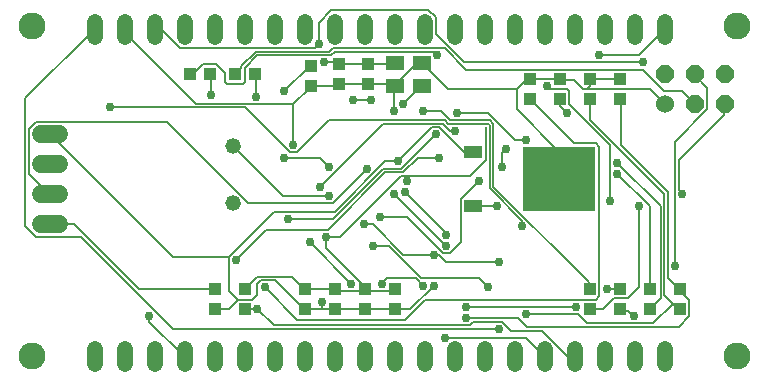
<source format=gbr>
G04 EAGLE Gerber X2 export*
%TF.Part,Single*%
%TF.FileFunction,Copper,L2,Bot,Mixed*%
%TF.FilePolarity,Positive*%
%TF.GenerationSoftware,Autodesk,EAGLE,8.6.3*%
%TF.CreationDate,2019-03-08T23:17:09Z*%
G75*
%MOMM*%
%FSLAX34Y34*%
%LPD*%
%AMOC8*
5,1,8,0,0,1.08239X$1,22.5*%
G01*
%ADD10R,6.200000X5.400000*%
%ADD11R,1.600000X1.000000*%
%ADD12R,1.000000X1.100000*%
%ADD13R,1.500000X1.300000*%
%ADD14C,1.320800*%
%ADD15R,1.100000X1.000000*%
%ADD16C,1.524000*%
%ADD17P,1.649562X8X22.500000*%
%ADD18C,1.524000*%
%ADD19C,1.320800*%
%ADD20C,0.152400*%
%ADD21C,0.756400*%
%ADD22C,2.286000*%


D10*
X472040Y175260D03*
D11*
X399040Y152460D03*
X399040Y198060D03*
D12*
X205740Y65160D03*
X205740Y82160D03*
X281940Y65160D03*
X281940Y82160D03*
X256540Y65160D03*
X256540Y82160D03*
X523240Y242960D03*
X523240Y259960D03*
X497840Y242960D03*
X497840Y259960D03*
X472440Y242960D03*
X472440Y259960D03*
X447040Y242960D03*
X447040Y259960D03*
X285750Y272660D03*
X285750Y255660D03*
X309880Y272660D03*
X309880Y255660D03*
D13*
X332740Y273660D03*
X332740Y254660D03*
D12*
X261620Y271390D03*
X261620Y254390D03*
X180340Y65160D03*
X180340Y82160D03*
D13*
X355600Y254660D03*
X355600Y273660D03*
D12*
X332740Y65160D03*
X332740Y82160D03*
X307340Y65160D03*
X307340Y82160D03*
D14*
X195580Y154940D03*
X195580Y203200D03*
D12*
X214240Y264160D03*
X197240Y264160D03*
X159140Y264160D03*
X176140Y264160D03*
D15*
X497840Y82160D03*
X497840Y65160D03*
X523240Y82160D03*
X523240Y65160D03*
X548640Y82160D03*
X548640Y65160D03*
X574040Y82160D03*
X574040Y65160D03*
D16*
X561340Y238760D03*
D17*
X586740Y238760D03*
X612140Y238760D03*
X561340Y264160D03*
X586740Y264160D03*
X612140Y264160D03*
D18*
X48260Y137160D02*
X33020Y137160D01*
X33020Y162560D02*
X48260Y162560D01*
X48260Y187960D02*
X33020Y187960D01*
X33020Y213360D02*
X48260Y213360D01*
D19*
X78740Y32004D02*
X78740Y18796D01*
X104140Y18796D02*
X104140Y32004D01*
X129540Y32004D02*
X129540Y18796D01*
X154940Y18796D02*
X154940Y32004D01*
X180340Y32004D02*
X180340Y18796D01*
X205740Y18796D02*
X205740Y32004D01*
X231140Y32004D02*
X231140Y18796D01*
X256540Y18796D02*
X256540Y32004D01*
X281940Y32004D02*
X281940Y18796D01*
X307340Y18796D02*
X307340Y32004D01*
X332740Y32004D02*
X332740Y18796D01*
X358140Y18796D02*
X358140Y32004D01*
X383540Y32004D02*
X383540Y18796D01*
X408940Y18796D02*
X408940Y32004D01*
X434340Y32004D02*
X434340Y18796D01*
X459740Y18796D02*
X459740Y32004D01*
X485140Y32004D02*
X485140Y18796D01*
X510540Y18796D02*
X510540Y32004D01*
X535940Y32004D02*
X535940Y18796D01*
X561340Y18796D02*
X561340Y32004D01*
X78740Y295656D02*
X78740Y308864D01*
X104140Y308864D02*
X104140Y295656D01*
X129540Y295656D02*
X129540Y308864D01*
X154940Y308864D02*
X154940Y295656D01*
X180340Y295656D02*
X180340Y308864D01*
X205740Y308864D02*
X205740Y295656D01*
X231140Y295656D02*
X231140Y308864D01*
X256540Y308864D02*
X256540Y295656D01*
X281940Y295656D02*
X281940Y308864D01*
X307340Y308864D02*
X307340Y295656D01*
X332740Y295656D02*
X332740Y308864D01*
X358140Y308864D02*
X358140Y295656D01*
X383540Y295656D02*
X383540Y308864D01*
X408940Y308864D02*
X408940Y295656D01*
X434340Y295656D02*
X434340Y308864D01*
X459740Y308864D02*
X459740Y295656D01*
X485140Y295656D02*
X485140Y308864D01*
X510540Y308864D02*
X510540Y295656D01*
X535940Y295656D02*
X535940Y308864D01*
X561340Y308864D02*
X561340Y295656D01*
D20*
X611124Y237744D02*
X611124Y230124D01*
X573024Y192024D01*
X573024Y166116D01*
X576072Y163068D01*
X611124Y237744D02*
X612140Y238760D01*
X332232Y65532D02*
X307848Y65532D01*
X307340Y65160D01*
X332232Y65532D02*
X332740Y65160D01*
X345948Y65532D02*
X365760Y85344D01*
X345948Y65532D02*
X333756Y65532D01*
X332740Y65160D01*
X281940Y65532D02*
X271272Y65532D01*
X257556Y65532D01*
X256540Y65160D01*
X271272Y65532D02*
X271272Y71628D01*
X281940Y65532D02*
X306324Y65532D01*
X307340Y65160D01*
X281940Y65160D02*
X281940Y65532D01*
D21*
X576072Y163068D03*
X365760Y85344D03*
X271272Y71628D03*
D20*
X339852Y239268D02*
X355092Y254508D01*
X355600Y254660D01*
D21*
X339852Y239268D03*
D20*
X391668Y198120D02*
X397764Y198120D01*
X391668Y198120D02*
X370332Y219456D01*
X364236Y219456D01*
X335280Y190500D01*
X397764Y198120D02*
X399040Y198060D01*
X192024Y65532D02*
X181356Y65532D01*
X192024Y65532D02*
X199644Y73152D01*
X211836Y73152D01*
X216408Y77724D01*
X216408Y86868D01*
X219456Y89916D01*
X231648Y89916D01*
X256032Y65532D01*
X181356Y65532D02*
X180340Y65160D01*
X256032Y65532D02*
X256540Y65160D01*
X324612Y190500D02*
X335280Y190500D01*
X324612Y190500D02*
X281940Y147828D01*
X230124Y147828D01*
X192024Y109728D01*
X192024Y80772D01*
X199644Y73152D01*
X239268Y249936D02*
X260604Y271272D01*
X261620Y271390D01*
X192024Y109728D02*
X144780Y109728D01*
X41148Y213360D01*
X40640Y213360D01*
D21*
X335280Y190500D03*
X239268Y249936D03*
D20*
X216408Y65532D02*
X205740Y65532D01*
X205740Y65160D01*
X365760Y111252D02*
X370332Y111252D01*
X376428Y105156D01*
X420624Y105156D01*
X313944Y137160D02*
X306324Y137160D01*
X313944Y137160D02*
X339852Y111252D01*
X365760Y111252D01*
D21*
X216408Y65532D03*
X365760Y111252D03*
X420624Y105156D03*
X306324Y137160D03*
D20*
X478536Y25908D02*
X484632Y25908D01*
X478536Y25908D02*
X457200Y47244D01*
X431292Y47244D01*
X423672Y54864D01*
X399288Y54864D01*
X396240Y51816D01*
X230124Y51816D01*
X216408Y65532D01*
X484632Y25908D02*
X485140Y25400D01*
X472440Y260604D02*
X448056Y260604D01*
X447040Y259960D01*
X472440Y259960D02*
X472440Y260604D01*
X472440Y259080D02*
X484632Y259080D01*
X492252Y251460D01*
X495300Y251460D02*
X548640Y251460D01*
X495300Y251460D02*
X492252Y251460D01*
X548640Y251460D02*
X561340Y238760D01*
X472440Y259080D02*
X472440Y259960D01*
X470916Y199644D02*
X470916Y175260D01*
X470916Y199644D02*
X435864Y234696D01*
X435864Y251460D01*
X443484Y259080D01*
X446532Y259080D01*
X470916Y175260D02*
X472040Y175260D01*
X446532Y259080D02*
X447040Y259960D01*
X524256Y64008D02*
X530352Y64008D01*
X534924Y59436D01*
X524256Y64008D02*
X523240Y65160D01*
X281940Y82296D02*
X257556Y82296D01*
X281940Y82296D02*
X281940Y82160D01*
X257556Y82296D02*
X256540Y82160D01*
X307848Y80772D02*
X332232Y80772D01*
X307848Y80772D02*
X307340Y82160D01*
X332232Y80772D02*
X332740Y82160D01*
X274320Y117348D02*
X274320Y126492D01*
X274320Y117348D02*
X306324Y85344D01*
X306324Y82296D01*
X307340Y82160D01*
X306324Y80772D02*
X281940Y80772D01*
X281940Y82160D01*
X306324Y80772D02*
X307340Y82160D01*
X310896Y256032D02*
X332232Y256032D01*
X310896Y256032D02*
X309880Y255660D01*
X332232Y256032D02*
X332740Y254660D01*
X332232Y254508D02*
X332232Y233172D01*
X332232Y254508D02*
X332740Y254660D01*
X350520Y272796D02*
X355092Y272796D01*
X350520Y272796D02*
X333756Y256032D01*
X355092Y272796D02*
X355600Y273660D01*
X333756Y256032D02*
X332740Y254660D01*
X284988Y254508D02*
X262128Y254508D01*
X261620Y254390D01*
X284988Y254508D02*
X285750Y255660D01*
X246888Y239268D02*
X246888Y204216D01*
X246888Y239268D02*
X260604Y252984D01*
X261620Y254390D01*
X105156Y298704D02*
X105156Y301752D01*
X105156Y298704D02*
X164592Y239268D01*
X246888Y239268D01*
X105156Y301752D02*
X104140Y302260D01*
X286512Y256032D02*
X309372Y256032D01*
X309880Y255660D01*
X286512Y256032D02*
X285750Y255660D01*
X286512Y126492D02*
X274320Y126492D01*
X286512Y126492D02*
X338328Y178308D01*
X342900Y178308D02*
X396240Y178308D01*
X342900Y178308D02*
X338328Y178308D01*
X396240Y178308D02*
X409956Y192024D01*
X409956Y219456D01*
X342900Y178308D02*
X342900Y173736D01*
D21*
X534924Y59436D03*
X274320Y126492D03*
X332232Y233172D03*
X246888Y204216D03*
X342900Y173736D03*
D20*
X495300Y251460D02*
X497840Y254000D01*
X498348Y260604D02*
X522732Y260604D01*
X498348Y260604D02*
X497840Y259960D01*
X522732Y260604D02*
X523240Y259960D01*
X497840Y259960D02*
X497840Y254000D01*
X216408Y92964D02*
X205740Y82296D01*
X216408Y92964D02*
X245364Y92964D01*
X256032Y82296D01*
X205740Y82296D02*
X205740Y82160D01*
X256032Y82296D02*
X256540Y82160D01*
X377952Y251460D02*
X435864Y251460D01*
X377952Y251460D02*
X356616Y272796D01*
X355600Y273660D01*
X393192Y67056D02*
X486156Y67056D01*
X569976Y102108D02*
X569976Y207264D01*
X597408Y234696D01*
X597408Y252984D01*
X586740Y263652D01*
X586740Y264160D01*
D21*
X393192Y67056D03*
X486156Y67056D03*
X569976Y102108D03*
D20*
X202692Y269748D02*
X198120Y265176D01*
X202692Y269748D02*
X202692Y271272D01*
X214884Y283464D01*
X277368Y283464D01*
X280416Y286512D01*
X374904Y286512D01*
X393192Y268224D01*
X542544Y268224D01*
X560832Y249936D01*
X576072Y249936D01*
X586740Y239268D01*
X198120Y265176D02*
X197240Y264160D01*
X586740Y239268D02*
X586740Y238760D01*
X376428Y118872D02*
X332232Y163068D01*
D21*
X376428Y118872D03*
X332232Y163068D03*
D20*
X214884Y245364D02*
X214884Y263652D01*
X239268Y193548D02*
X269748Y193548D01*
X277368Y185928D01*
X214884Y263652D02*
X214240Y264160D01*
D21*
X214884Y245364D03*
X239268Y193548D03*
X277368Y185928D03*
D20*
X286512Y272796D02*
X309372Y272796D01*
X286512Y272796D02*
X285750Y272660D01*
X309372Y272796D02*
X309880Y272660D01*
X310896Y272796D02*
X332232Y272796D01*
X332740Y273660D01*
X310896Y272796D02*
X309880Y272660D01*
X399288Y152400D02*
X419100Y152400D01*
X399288Y152400D02*
X399040Y152460D01*
X135636Y301752D02*
X129540Y301752D01*
X135636Y301752D02*
X150876Y286512D01*
X265176Y286512D01*
X268224Y289560D01*
X272796Y274320D02*
X283464Y274320D01*
X284988Y272796D01*
X129540Y301752D02*
X129540Y302260D01*
X284988Y272796D02*
X285750Y272660D01*
X391668Y274320D02*
X542544Y274320D01*
X391668Y274320D02*
X367284Y298704D01*
X367284Y312420D01*
X361188Y318516D01*
X278892Y318516D01*
X268224Y307848D01*
X268224Y289560D01*
D21*
X419100Y152400D03*
X268224Y289560D03*
X272796Y274320D03*
X542544Y274320D03*
D20*
X176784Y263652D02*
X176784Y246888D01*
X320040Y143256D02*
X342900Y143256D01*
X373380Y112776D01*
X379476Y112776D01*
X388620Y121920D01*
X388620Y158496D01*
X403860Y173736D01*
X176784Y263652D02*
X176140Y264160D01*
D21*
X176784Y246888D03*
X320040Y143256D03*
X403860Y173736D03*
D20*
X498348Y65532D02*
X509016Y65532D01*
X518160Y74676D01*
X530352Y74676D01*
X539496Y83820D01*
X539496Y152400D01*
X498348Y65532D02*
X497840Y65160D01*
D21*
X539496Y152400D03*
D20*
X163068Y265176D02*
X160020Y265176D01*
X163068Y265176D02*
X170688Y272796D01*
X181356Y272796D01*
X188976Y265176D01*
X188976Y257556D01*
X190500Y256032D01*
X204216Y256032D01*
X205740Y257556D01*
X205740Y269748D01*
X216408Y280416D01*
X278892Y280416D01*
X281940Y283464D01*
X365760Y283464D01*
X368808Y280416D01*
X160020Y265176D02*
X159140Y264160D01*
D21*
X368808Y280416D03*
D20*
X496824Y88392D02*
X496824Y82296D01*
X496824Y88392D02*
X416052Y169164D01*
X416052Y222504D01*
X413004Y225552D01*
X379476Y225552D01*
X371856Y233172D01*
X356616Y233172D01*
X496824Y82296D02*
X497840Y82160D01*
D21*
X356616Y233172D03*
D20*
X179832Y82296D02*
X115824Y82296D01*
X60960Y137160D01*
X40640Y137160D01*
X179832Y82296D02*
X180340Y82160D01*
X280416Y155448D02*
X309372Y184404D01*
X280416Y155448D02*
X208788Y155448D01*
X140208Y224028D01*
X28956Y224028D01*
X22860Y217932D01*
X22860Y179832D01*
X39624Y163068D01*
X40640Y162560D01*
D21*
X309372Y184404D03*
D20*
X512064Y82296D02*
X522732Y82296D01*
X440436Y135636D02*
X440436Y140208D01*
X413004Y167640D01*
X413004Y220980D01*
X411480Y222504D01*
X377952Y222504D01*
X374904Y225552D01*
X277368Y225552D01*
X249936Y198120D01*
X243840Y198120D01*
X205740Y236220D01*
X91440Y236220D01*
X522732Y82296D02*
X523240Y82160D01*
D21*
X512064Y82296D03*
X440436Y135636D03*
X91440Y236220D03*
D20*
X548640Y152400D02*
X548640Y82160D01*
X548640Y152400D02*
X521208Y179832D01*
X370332Y193548D02*
X352044Y193548D01*
X339852Y181356D01*
X324612Y181356D01*
X275844Y132588D01*
X224028Y132588D01*
X198120Y106680D01*
D21*
X521208Y179832D03*
X370332Y193548D03*
X198120Y106680D03*
D20*
X548640Y65532D02*
X557784Y74676D01*
X557784Y152400D01*
X521208Y188976D01*
X443484Y208788D02*
X434340Y208788D01*
X411480Y231648D01*
X385572Y231648D01*
X367284Y213360D02*
X338328Y184404D01*
X323088Y184404D01*
X280416Y141732D01*
X242316Y141732D01*
X548640Y65532D02*
X548640Y65160D01*
D21*
X521208Y188976D03*
X443484Y208788D03*
X385572Y231648D03*
X367284Y213360D03*
X242316Y141732D03*
D20*
X237744Y161544D02*
X277368Y161544D01*
X237744Y161544D02*
X196596Y202692D01*
X195580Y203200D01*
X524256Y204216D02*
X524256Y242316D01*
X524256Y204216D02*
X563880Y164592D01*
X563880Y91440D01*
X573024Y82296D01*
X524256Y242316D02*
X523240Y242960D01*
X573024Y82296D02*
X574040Y82160D01*
X295656Y86868D02*
X260604Y121920D01*
X321564Y86868D02*
X326136Y91440D01*
X350520Y91440D01*
X356616Y85344D01*
X393192Y57912D02*
X437388Y57912D01*
X445008Y50292D01*
X573024Y50292D01*
X582168Y59436D01*
X582168Y73152D01*
X574548Y80772D01*
X574040Y82160D01*
D21*
X277368Y161544D03*
X260604Y121920D03*
X295656Y86868D03*
X321564Y86868D03*
X356616Y85344D03*
X393192Y57912D03*
D20*
X498348Y225552D02*
X498348Y242316D01*
X498348Y225552D02*
X560832Y163068D01*
X560832Y77724D01*
X568452Y70104D02*
X573024Y65532D01*
X568452Y70104D02*
X560832Y77724D01*
X498348Y242316D02*
X497840Y242960D01*
X573024Y65532D02*
X574040Y65160D01*
X327660Y118872D02*
X313944Y118872D01*
X327660Y118872D02*
X355092Y91440D01*
X403860Y91440D01*
X411480Y83820D01*
X443484Y60960D02*
X487680Y60960D01*
X495300Y53340D01*
X551688Y53340D01*
X568452Y70104D01*
D21*
X313944Y118872D03*
X411480Y83820D03*
X443484Y60960D03*
D20*
X472440Y237744D02*
X472440Y242960D01*
X472440Y237744D02*
X478536Y231648D01*
X384048Y216408D02*
X379476Y216408D01*
X373380Y222504D01*
X323088Y222504D01*
X269748Y169164D01*
D21*
X478536Y231648D03*
X384048Y216408D03*
X269748Y169164D03*
D20*
X448056Y242316D02*
X484632Y205740D01*
X502920Y205740D01*
X505968Y202692D01*
X505968Y76200D01*
X502920Y73152D01*
X358140Y73152D01*
X341376Y56388D01*
X249936Y56388D01*
X222504Y83820D01*
X447040Y242960D02*
X448056Y242316D01*
X124968Y59436D02*
X124968Y54864D01*
X153924Y25908D01*
X154940Y25400D01*
D21*
X222504Y83820D03*
X124968Y59436D03*
D20*
X341376Y164592D02*
X376428Y129540D01*
X376428Y128016D01*
X374904Y41148D02*
X443484Y41148D01*
X458724Y25908D01*
X459740Y25400D01*
D21*
X341376Y164592D03*
X376428Y128016D03*
X374904Y41148D03*
D20*
X420624Y48768D02*
X144780Y48768D01*
X67056Y126492D01*
X28956Y126492D01*
X19812Y135636D01*
X19812Y243840D01*
X77724Y301752D01*
X78740Y302260D01*
D21*
X420624Y48768D03*
D20*
X312420Y242316D02*
X297180Y242316D01*
D21*
X297180Y242316D03*
X312420Y242316D03*
D20*
X515112Y204216D02*
X515112Y156972D01*
X515112Y204216D02*
X480060Y239268D01*
X480060Y249936D01*
X478536Y251460D01*
X464820Y251460D01*
X461772Y254508D01*
D21*
X515112Y156972D03*
X461772Y254508D03*
D20*
X423672Y198120D02*
X423672Y185928D01*
X423672Y198120D02*
X426720Y201168D01*
X505968Y280416D02*
X539496Y280416D01*
X561340Y302260D01*
D21*
X423672Y185928D03*
X426720Y201168D03*
X505968Y280416D03*
D22*
X25400Y25400D03*
X622300Y25400D03*
X622300Y304800D03*
X25400Y304800D03*
M02*

</source>
